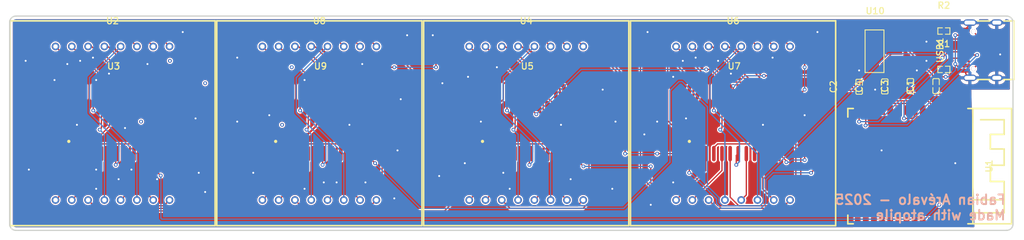
<source format=kicad_pcb>
(kicad_pcb (version 20241229) (generator "pcbnew") (generator_version "9.0")
  (layers (0 "F.Cu" signal) (2 "B.Cu" signal) (13 "F.Paste" user) (15 "B.Paste" user) (5 "F.SilkS" user "F.Silkscreen") (7 "B.SilkS" user "B.Silkscreen") (1 "F.Mask" user) (3 "B.Mask" user) (25 "Edge.Cuts" user))
  (net 0 "")
  (net 1 "IO17")
  (net 2 "IO38")
  (net 3 "IO41")
  (net 4 "IO9")
  (net 5 "IO45")
  (net 6 "IO8")
  (net 7 "IO47")
  (net 8 "IO46")
  (net 9 "IO16")
  (net 10 "IO40")
  (net 11 "IO21")
  (net 12 "IO18")
  (net 13 "IO35")
  (net 14 "IO42")
  (net 15 "IO14")
  (net 16 "IO0")
  (net 17 "IO15")
  (net 18 "IO48")
  (net 19 "IO39")
  (net 20 "RXD0")
  (net 21 "IO10")
  (net 22 "EN")
  (net 23 "IO13")
  (net 24 "display4-dout")
  (net 25 "display3-SEGB")
  (net 26 "display4-SEGC")
  (net 27 "display4-ROW6")
  (net 28 "display1-DIG4")
  (net 29 "display2-SEGF")
  (net 30 "display3-SEGDP")
  (net 31 "display2-SEGG")
  (net 32 "display1-ROW8")
  (net 33 "display1-SEGDP")
  (net 34 "display1-DIG2")
  (net 35 "ROW5")
  (net 36 "display2-ROW1")
  (net 37 "display1-DIG6")
  (net 38 "display2-SEGE")
  (net 39 "ROW2")
  (net 40 "display3.driver-ISET")
  (net 41 "display2-SEGD")
  (net 42 "display4-SEGF")
  (net 43 "display4.driver-ISET")
  (net 44 "display4-SEGDP")
  (net 45 "display3-DIG1")
  (net 46 "display4-ROW8")
  (net 47 "display3-SEGC")
  (net 48 "display3-ROW1")
  (net 49 "DIG5")
  (net 50 "display3-DIG4")
  (net 51 "display1-SEGA")
  (net 52 "display3-SEGA")
  (net 53 "display2-SEGDP")
  (net 54 "display3-ROW6")
  (net 55 "display1-SEGC")
  (net 56 "display4-SEGA")
  (net 57 "display1-SEGD")
  (net 58 "display4-ROW1")
  (net 59 "display3-DIG2")
  (net 60 "display2-DIG1")
  (net 61 "display2-DIG3")
  (net 62 "display2-ROW7")
  (net 63 "display2-SEGA")
  (net 64 "display4-SEGD")
  (net 65 "display3-SEGD")
  (net 66 "display1-SEGG")
  (net 67 "display1-SEGB")
  (net 68 "display2-DIG7")
  (net 69 "display3-SEGE")
  (net 70 "display2-SEGC")
  (net 71 "display4-DIG3")
  (net 72 "display3-DIG7")
  (net 73 "display4-SEGE")
  (net 74 "display2-SEGB")
  (net 75 "display1-SEGE")
  (net 76 "display4-SEGB")
  (net 77 "display2.driver-ISET")
  (net 78 "display4-DIG2")
  (net 79 "display1-ROW6")
  (net 80 "display4-DIG4")
  (net 81 "DIG0")
  (net 82 "display1-DIG3")
  (net 83 "display3-SEGF")
  (net 84 "display1-SEGF")
  (net 85 "display1-DIG1")
  (net 86 "ROW3")
  (net 87 "display4-SEGG")
  (net 88 "ROW4")
  (net 89 "display3-SEGG")
  (net 90 "display4-DIG6")
  (net 91 "display3-ROW7")
  (net 92 "display1.driver-ISET")
  (net 93 "display2-dout")
  (net 94 "TXD0")
  (net 95 "display4-gnd")
  (net 96 "display1-dout")
  (net 97 "IO36")
  (net 98 "IO37")
  (net 99 "display3-dout")
  (net 100 "net")
  (net 101 "A8")
  (net 102 "B8")
  (net 103 "CC1")
  (net 104 "B5")
  (net 105 "Vpos")
  (net 106 "cs")
  (net 107 "cs-1")
  (net 108 "IO3")
  (net 109 "cs-2")
  (net 110 "IO1")
  (net 111 "display1-gnd")
  (net 112 "cs-3")
  (net 113 "display2-gnd")
  (net 114 "IO2")
  (net 115 "display3-gnd")
  (net 116 "IO19")
  (net 117 "IO20")
  (net 118 "hv")
  (net 119 "gnd")
  (net 120 "din")
  (net 121 "clk")
  (footprint "ARKLED_SZ421288N_64:LED-SEG-TH_SZ421288N-64" (layer "F.Cu") (at 90.550514 89.755025)
    (property "Reference" "U2")
    (property "Value" "")
  )
  (footprint "Samsung_Electro_Mechanics_CL05A105KA5NQNC:C0402" (layer "F.Cu") (at 211 84 90)
    (property "Reference" "C4")
    (property "Value" "1µF ±10% 25V X5R")
  )
  (footprint "HGSEMI_MAX7219M_TR:SOP-24_L15.4-W7.5-P1.27-LS10.4-BL" (layer "F.Cu") (at 155.247078 89.67)
    (property "Reference" "U5")
    (property "Value" "")
  )
  (footprint "Shenzhen_Kinghelm_Elec_KH_TYPE_C_16P:USB-C-SMD_KH-TYPE-C-16P" (layer "F.Cu") (at 226.047279 78.34 90)
    (property "Reference" "USB1")
    (property "Value" "")
  )
  (footprint "UNI_ROYAL_0402WGF5101TCE:R0402" (layer "F.Cu") (at 220.217279 81.34)
    (property "Reference" "R1")
    (property "Value" "5.1kΩ ±1% 62.5mW")
  )
  (footprint "Espressif_Systems_ESP32_S3_WROOM_1_N16R2:WIRELM-SMD_ESP32-S3-WROOM-1" (layer "F.Cu") (at 214.39 96.45 -90)
    (property "Reference" "U1")
    (property "Value" "")
  )
  (footprint "HGSEMI_MAX7219M_TR:SOP-24_L15.4-W7.5-P1.27-LS10.4-BL" (layer "F.Cu") (at 90.721235 89.67)
    (property "Reference" "U3")
    (property "Value" "")
  )
  (footprint "UNI_ROYAL_0402WGF5101TCE:R0402" (layer "F.Cu") (at 220.217279 75.34)
    (property "Reference" "R2")
    (property "Value" "5.1kΩ ±1% 62.5mW" (hide yes))
  )
  (footprint "Samsung_Electro_Mechanics_CL05A105KA5NQNC:C0402" (layer "F.Cu") (at 215 83.95 90)
    (property "Reference" "C3")
    (property "Value" "1µF ±10% 25V X5R")
  )
  (footprint "ARKLED_SZ421288N_64:LED-SEG-TH_SZ421288N-64" (layer "F.Cu") (at 187.339279 89.755025)
    (property "Reference" "U6")
    (property "Value" "")
  )
  (footprint "Samsung_Electro_Mechanics_CL05A105KA5NQNC:C0402" (layer "F.Cu") (at 219 83.95 90)
    (property "Reference" "C1")
    (property "Value" "1µF ±10% 25V X5R")
  )
  (footprint "HGSEMI_MAX7219M_TR:SOP-24_L15.4-W7.5-P1.27-LS10.4-BL" (layer "F.Cu") (at 122.984157 89.67)
    (property "Reference" "U9")
    (property "Value" "")
  )
  (footprint "HGSEMI_MAX7219M_TR:SOP-24_L15.4-W7.5-P1.27-LS10.4-BL" (layer "F.Cu") (at 187.51 89.67)
    (property "Reference" "U7")
    (property "Value" "")
  )
  (footprint "ARKLED_SZ421288N_64:LED-SEG-TH_SZ421288N-64" (layer "F.Cu") (at 122.813436 89.755025)
    (property "Reference" "U8")
    (property "Value" "")
  )
  (footprint "Advanced_Monolithic_Systems_AMS1117_3_3:SOT-223-3_L6.5-W3.4-P2.30-LS7.0-BR" (layer "F.Cu") (at 209.5 78.5)
    (property "Reference" "U10")
    (property "Value" "" (hide yes))
  )
  (footprint "Samsung_Electro_Mechanics_CL05A105KA5NQNC:C0402" (layer "F.Cu") (at 207 84.05 90)
    (property "Reference" "C2")
    (property "Value" "1µF ±10% 25V X5R")
  )
  (footprint "ARKLED_SZ421288N_64:LED-SEG-TH_SZ421288N-64" (layer "F.Cu") (at 155.076357 89.755025)
    (property "Reference" "U4")
    (property "Value" "")
  )
  (gr_line (start 75.5 73) (end 230 73) (stroke (width 0.2)) (layer "Edge.Cuts"))
  (gr_line (start 231 74) (end 231 105.5) (stroke (width 0.2)) (layer "Edge.Cuts"))
  (gr_line (start 230 106.5) (end 75.5 106.5) (stroke (width 0.2)) (layer "Edge.Cuts"))
  (gr_arc (start 74.5 74) (mid 74.792893 73.292893) (end 75.5 73) (stroke (width 0.2)) (layer "Edge.Cuts"))
  (gr_arc (start 231 105.5) (mid 230.707107 106.207107) (end 230 106.5) (stroke (width 0.2)) (layer "Edge.Cuts"))
  (gr_line (start 74.5 105.5) (end 74.5 74) (stroke (width 0.2)) (layer "Edge.Cuts"))
  (gr_arc (start 75.5 106.5) (mid 74.792893 106.207107) (end 74.5 105.5) (stroke (width 0.2)) (layer "Edge.Cuts"))
  (gr_arc (start 230 73) (mid 230.707107 73.292893) (end 231 74) (stroke (width 0.2)) (layer "Edge.Cuts"))
  (gr_text "Fabian Arévalo - 2025\nMade with atopile" (at 230 105 0) (layer "B.SilkS") (effects (font (size 1.5 1.5) (thickness 0.3) (bold yes)) (justify left bottom mirror)))
  (via (at 105 83.5) (size 0.6) (drill 0.3) (layers "F.Cu" "B.Cu") (net 0))
  (via (at 95 89.5) (size 0.6) (drill 0.3) (layers "F.Cu" "B.Cu") (net 0))
  (via (at 118.5 81) (size 0.6) (drill 0.3) (layers "F.Cu" "B.Cu") (net 0))
  (via (at 117 90) (size 0.6) (drill 0.3) (layers "F.Cu" "B.Cu") (net 0))
  (via (at 99.5 80) (size 0.6) (drill 0.3) (layers "F.Cu" "B.Cu") (net 0))
  (segment (start 197.130279 102.128232) (end 197.130279 92.215279) (width 0.2) (layer "F.Cu") (net 25))
  (segment (start 184.831279 103.057025) (end 196.201486 103.057025) (width 0.2) (layer "F.Cu") (net 25))
  (segment (start 190.69 85.775) (end 190.69 84.84) (width 0.2) (layer "F.Cu") (net 25))
  (segment (start 196.201486 103.057025) (end 197.130279 102.128232) (width 0.2) (layer "F.Cu") (net 25))
  (segment (start 197.130279 92.215279) (end 190.69 85.775) (width 0.2) (layer "F.Cu") (net 25))
  (segment (start 183.529279 101.755025) (end 184.831279 103.057025) (width 0.2) (layer "F.Cu") (net 25))
  (segment (start 121.084157 84.84) (end 121.084157 90.484304) (width 0.2) (layer "F.Cu") (net 26))
  (segment (start 121.084157 90.484304) (end 120.813436 90.755025) (width 0.2) (layer "F.Cu") (net 26))
  (via (at 120.813436 90.755025) (size 0.6) (drill 0.3) (layers "F.Cu" "B.Cu") (net 26))
  (segment (start 121.543436 91.485025) (end 121.543436 101.755025) (width 0.2) (layer "B.Cu") (net 26))
  (segment (start 120.813436 90.755025) (end 121.543436 91.485025) (width 0.2) (layer "B.Cu") (net 26))
  (segment (start 129.163436 101.755025) (end 127.434157 100.025746) (width 0.2) (layer "F.Cu") (net 27))
  (segment (start 127.434157 100.025746) (end 127.434157 94.5) (width 0.2) (layer "F.Cu") (net 27))
  (segment (start 81.660514 101.755025) (end 86.281235 97.134304) (width 0.2) (layer "F.Cu") (net 28))
  (segment (start 86.281235 97.134304) (end 86.281235 94.5) (width 0.2) (layer "F.Cu") (net 28))
  (segment (start 152.905357 77.381818) (end 152.905357 78.128232) (width 0.2) (layer "F.Cu") (net 29))
  (segment (start 153.43315 76.854025) (end 152.905357 77.381818) (width 0.2) (layer "F.Cu") (net 29))
  (segment (start 158.101125 83.324) (end 159.116078 83.324) (width 0.2) (layer "F.Cu") (net 29))
  (segment (start 152.905357 78.128232) (end 158.101125 83.324) (width 0.2) (layer "F.Cu") (net 29))
  (segment (start 159.116078 83.324) (end 159.697078 83.905) (width 0.2) (layer "F.Cu") (net 29))
  (segment (start 157.985357 76.854025) (end 153.43315 76.854025) (width 0.2) (layer "F.Cu") (net 29))
  (segment (start 158.886357 77.755025) (end 157.985357 76.854025) (width 0.2) (layer "F.Cu") (net 29))
  (segment (start 159.697078 83.905) (end 159.697078 84.84) (width 0.2) (layer "F.Cu") (net 29))
  (segment (start 178.449279 77.755025) (end 183.07 82.375746) (width 0.2) (layer "F.Cu") (net 30))
  (segment (start 183.07 82.375746) (end 183.07 84.84) (width 0.2) (layer "F.Cu") (net 30))
  (segment (start 154.295332 83.324) (end 156.566078 83.324) (width 0.2) (layer "F.Cu") (net 31))
  (segment (start 156.566078 83.324) (end 157.147078 83.905) (width 0.2) (layer "F.Cu") (net 31))
  (segment (start 148.726357 77.755025) (end 154.295332 83.324) (width 0.2) (layer "F.Cu") (net 31))
  (segment (start 157.147078 83.905) (end 157.147078 84.84) (width 0.2) (layer "F.Cu") (net 31))
  (segment (start 92.621235 100.954304) (end 92.621235 94.5) (width 0.2) (layer "F.Cu") (net 32))
  (segment (start 91.820514 101.755025) (end 92.621235 100.954304) (width 0.2) (layer "F.Cu") (net 32))
  (segment (start 81.660514 77.755025) (end 86.281235 82.375746) (width 0.2) (layer "F.Cu") (net 33))
  (segment (start 86.281235 82.375746) (end 86.281235 84.84) (width 0.2) (layer "F.Cu") (net 33))
  (segment (start 98.539514 102.656025) (end 91.447307 102.656025) (width 0.2) (layer "F.Cu") (net 34))
  (segment (start 99.440514 101.755025) (end 98.539514 102.656025) (width 0.2) (layer "F.Cu") (net 34))
  (segment (start 91.447307 102.656025) (end 90.091235 101.299953) (width 0.2) (layer "F.Cu") (net 34))
  (segment (start 90.091235 101.299953) (end 90.091235 94.5) (width 0.2) (layer "F.Cu") (net 34))
  (segment (start 146.186357 101.755025) (end 150.807078 97.134304) (width 0.2) (layer "F.Cu") (net 35))
  (segment (start 150.807078 97.134304) (end 150.807078 94.5) (width 0.2) (layer "F.Cu") (net 35))
  (segment (start 149.527078 94.013342) (end 144.884357 89.370621) (width 0.2) (layer "F.Cu") (net 36))
  (segment (start 144.884357 89.370621) (end 144.884357 77.215718) (width 0.2) (layer "F.Cu") (net 36))
  (segment (start 144.884357 77.215718) (end 146.04805 76.052025) (width 0.2) (layer "F.Cu") (net 36))
  (segment (start 149.527078 94.5) (end 149.527078 94.013342) (width 0.2) (layer "F.Cu") (net 36))
  (segment (start 146.04805 76.052025) (end 162.263357 76.052025) (width 0.2) (layer "F.Cu") (net 36))
  (segment (start 162.263357 76.052025) (end 163.966357 77.755025) (width 0.2) (layer "F.Cu") (net 36))
  (segment (start 88.821235 94.5) (end 88.821235 97.134304) (width 0.2) (layer "F.Cu") (net 37))
  (segment (start 88.821235 97.134304) (end 84.200514 101.755025) (width 0.2) (layer "F.Cu") (net 37))
  (segment (start 152.077078 87.754304) (end 152.076357 87.755025) (width 0.2) (layer "F.Cu") (net 38))
  (segment (start 152.077078 84.84) (end 152.077078 87.754304) (width 0.2) (layer "F.Cu") (net 38))
  (via (at 152.076357 87.755025) (size 0.6) (drill 0.3) (layers "F.Cu" "B.Cu") (net 38))
  (segment (start 158.886357 94.565025) (end 158.886357 101.755025) (width 0.2) (layer "B.Cu") (net 38))
  (segment (start 152.076357 87.755025) (end 158.886357 94.565025) (width 0.2) (layer "B.Cu") (net 38))
  (segment (start 119.003436 77.755025) (end 119.55584 77.755025) (width 0.2) (layer "F.Cu") (net 39))
  (segment (start 119.55584 77.755025) (end 125.465157 83.664342) (width 0.2) (layer "F.Cu") (net 39))
  (segment (start 125.465157 90.326) (end 128.704157 93.565) (width 0.2) (layer "F.Cu") (net 39))
  (segment (start 125.465157 83.664342) (end 125.465157 90.326) (width 0.2) (layer "F.Cu") (net 39))
  (segment (start 128.704157 93.565) (end 128.704157 94.5) (width 0.2) (layer "F.Cu") (net 39))
  (segment (start 161.426357 77.755025) (end 160.124357 76.453025) (width 0.2) (layer "F.Cu") (net 41))
  (segment (start 145.285357 79.663279) (end 149.527078 83.905) (width 0.2) (layer "F.Cu") (net 41))
  (segment (start 160.124357 76.453025) (end 146.21415 76.453025) (width 0.2) (layer "F.Cu") (net 41))
  (segment (start 149.527078 83.905) (end 149.527078 84.84) (width 0.2) (layer "F.Cu") (net 41))
  (segment (start 145.285357 77.381818) (end 145.285357 79.663279) (width 0.2) (layer "F.Cu") (net 41))
  (segment (start 146.21415 76.453025) (end 145.285357 77.381818) (width 0.2) (layer "F.Cu") (net 41))
  (segment (start 120.642436 78.128232) (end 125.838204 83.324) (width 0.2) (layer "F.Cu") (net 42))
  (segment (start 125.722436 76.854025) (end 121.170229 76.854025) (width 0.2) (layer "F.Cu") (net 42))
  (segment (start 127.434157 83.905) (end 127.434157 84.84) (width 0.2) (layer "F.Cu") (net 42))
  (segment (start 126.623436 77.755025) (end 125.722436 76.854025) (width 0.2) (layer "F.Cu") (net 42))
  (segment (start 121.170229 76.854025) (end 120.642436 77.381818) (width 0.2) (layer "F.Cu") (net 42))
  (segment (start 126.853157 83.324) (end 127.434157 83.905) (width 0.2) (layer "F.Cu") (net 42))
  (segment (start 120.642436 77.381818) (end 120.642436 78.128232) (width 0.2) (layer "F.Cu") (net 42))
  (segment (start 125.838204 83.324) (end 126.853157 83.324) (width 0.2) (layer "F.Cu") (net 42))
  (segment (start 113.923436 77.755025) (end 118.544157 82.375746) (width 0.2) (layer "F.Cu") (net 44))
  (segment (start 118.544157 82.375746) (end 118.544157 84.84) (width 0.2) (layer "F.Cu") (net 44))
  (segment (start 183.529279 77.755025) (end 184.081683 77.755025) (width 0.2) (layer "F.Cu") (net 45))
  (segment (start 184.081683 77.755025) (end 189.991 83.664342) (width 0.2) (layer "F.Cu") (net 45))
  (segment (start 189.991 83.664342) (end 189.991 90.326) (width 0.2) (layer "F.Cu") (net 45))
  (segment (start 193.23 93.565) (end 193.23 94.5) (width 0.2) (layer "F.Cu") (net 45))
  (segment (start 189.991 90.326) (end 193.23 93.565) (width 0.2) (layer "F.Cu") (net 45))
  (segment (start 124.083436 101.755025) (end 124.884157 100.954304) (width 0.2) (layer "F.Cu") (net 46))
  (segment (start 124.884157 100.954304) (end 124.884157 94.5) (width 0.2) (layer "F.Cu") (net 46))
  (segment (start 185.61 90.484304) (end 185.339279 90.755025) (width 0.2) (layer "F.Cu") (net 47))
  (segment (start 185.61 84.84) (end 185.61 90.484304) (width 0.2) (layer "F.Cu") (net 47))
  (via (at 185.339279 90.755025) (size 0.6) (drill 0.3) (layers "F.Cu" "B.Cu") (net 47))
  (segment (start 185.339279 90.755025) (end 186.069279 91.485025) (width 0.2) (layer "B.Cu") (net 47))
  (segment (start 186.069279 91.485025) (end 186.069279 101.755025) (width 0.2) (layer "B.Cu") (net 47))
  (segment (start 178.310972 76.052025) (end 194.526279 76.052025) (width 0.2) (layer "F.Cu") (net 48))
  (segment (start 181.79 94.013342) (end 177.147279 89.370621) (width 0.2) (layer "F.Cu") (net 48))
  (segment (start 194.526279 76.052025) (end 196.229279 77.755025) (width 0.2) (layer "F.Cu") (net 48))
  (segment (start 177.147279 89.370621) (end 177.147279 77.215718) (width 0.2) (layer "F.Cu") (net 48))
  (segment (start 177.147279 77.215718) (end 178.310972 76.052025) (width 0.2) (layer "F.Cu") (net 48))
  (segment (start 181.79 94.5) (end 181.79 94.013342) (width 0.2) (layer "F.Cu") (net 48))
  (segment (start 161.426357 101.755025) (end 159.697078 100.025746) (width 0.2) (layer "F.Cu") (net 49))
  (segment (start 159.697078 100.025746) (end 159.697078 94.5) (width 0.2) (layer "F.Cu") (net 49))
  (segment (start 178.449279 101.755025) (end 183.07 97.134304) (width 0.2) (layer "F.Cu") (net 50))
  (segment (start 183.07 97.134304) (end 183.07 94.5) (width 0.2) (layer "F.Cu") (net 50))
  (segment (start 89.842918 77.755025) (end 96.441235 84.353342) (width 0.2) (layer "F.Cu") (net 51))
  (segment (start 89.280514 77.755025) (end 89.842918 77.755025) (width 0.2) (layer "F.Cu") (net 51))
  (segment (start 96.441235 84.353342) (end 96.441235 84.84) (width 0.2) (layer "F.Cu") (net 51))
  (segment (start 186.631683 77.755025) (end 193.23 84.353342) (width 0.2) (layer "F.Cu") (net 52))
  (segment (start 193.23 84.353342) (end 193.23 84.84) (width 0.2) (layer "F.Cu") (net 52))
  (segment (start 186.069279 77.755025) (end 186.631683 77.755025) (width 0.2) (layer "F.Cu") (net 52))
  (segment (start 150.807078 82.375746) (end 150.807078 84.84) (width 0.2) (layer "F.Cu") (net 53))
  (segment (start 146.186357 77.755025) (end 150.807078 82.375746) (width 0.2) (layer "F.Cu") (net 53))
  (segment (start 191.96 100.025746) (end 191.96 94.5) (width 0.2) (layer "F.Cu") (net 54))
  (segment (start 193.689279 101.755025) (end 191.96 100.025746) (width 0.2) (layer "F.Cu") (net 54))
  (segment (start 88.821235 90.484304) (end 88.550514 90.755025) (width 0.2) (layer "F.Cu") (net 55))
  (segment (start 88.821235 84.84) (end 88.821235 90.484304) (width 0.2) (layer "F.Cu") (net 55))
  (via (at 88.550514 90.755025) (size 0.6) (drill 0.3) (layers "F.Cu" "B.Cu") (net 55))
  (segment (start 88.550514 90.755025) (end 89.280514 91.485025) (width 0.2) (layer "B.Cu") (net 55))
  (segment (start 89.280514 91.485025) (end 89.280514 101.755025) (width 0.2) (layer "B.Cu") (net 55))
  (segment (start 122.10584 77.755025) (end 128.704157 84.353342) (width 0.2) (layer "F.Cu") (net 56))
  (segment (start 128.704157 84.353342) (end 128.704157 84.84) (width 0.2) (layer "F.Cu") (net 56))
  (segment (start 121.543436 77.755025) (end 122.10584 77.755025) (width 0.2) (layer "F.Cu") (net 56))
  (segment (start 95.598514 76.453025) (end 81.688307 76.453025) (width 0.2) (layer "F.Cu") (net 57))
  (segment (start 85.001235 83.905) (end 85.001235 84.84) (width 0.2) (layer "F.Cu") (net 57))
  (segment (start 96.900514 77.755025) (end 95.598514 76.453025) (width 0.2) (layer "F.Cu") (net 57))
  (segment (start 80.759514 79.663279) (end 85.001235 83.905) (width 0.2) (layer "F.Cu") (net 57))
  (segment (start 81.688307 76.453025) (end 80.759514 77.381818) (width 0.2) (layer "F.Cu") (net 57))
  (segment (start 80.759514 77.381818) (end 80.759514 79.663279) (width 0.2) (layer "F.Cu") (net 57))
  (segment (start 130.000436 76.052025) (end 131.703436 77.755025) (width 0.2) (layer "F.Cu") (net 58))
  (segment (start 112.621436 89.370621) (end 112.621436 77.215718) (width 0.2) (layer "F.Cu") (net 58))
  (segment (start 117.264157 94.013342) (end 112.621436 89.370621) (width 0.2) (layer "F.Cu") (net 58))
  (segment (start 117.264157 94.5) (end 117.264157 94.013342) (width 0.2) (layer "F.Cu") (net 58))
  (segment (start 113.785129 76.052025) (end 130.000436 76.052025) (width 0.2) (layer "F.Cu") (net 58))
  (segment (start 112.621436 77.215718) (end 113.785129 76.052025) (width 0.2) (layer "F.Cu") (net 58))
  (segment (start 195.328279 102.656025) (end 188.236072 102.656025) (width 0.2) (layer "F.Cu") (net 59))
  (segment (start 188.236072 102.656025) (end 186.88 101.299953) (width 0.2) (layer "F.Cu") (net 59))
  (segment (start 186.88 101.299953) (end 186.88 94.5) (width 0.2) (layer "F.Cu") (net 59))
  (segment (start 196.229279 101.755025) (end 195.328279 102.656025) (width 0.2) (layer "F.Cu") (net 59))
  (segment (start 157.728078 90.326) (end 160.967078 93.565) (width 0.2) (layer "F.Cu") (net 60))
  (segment (start 157.728078 83.664342) (end 157.728078 90.326) (width 0.2) (layer "F.Cu") (net 60))
  (segment (start 151.266357 77.755025) (end 151.818761 77.755025) (width 0.2) (layer "F.Cu") (net 60))
  (segment (start 160.967078 93.565) (end 160.967078 94.5) (width 0.2) (layer "F.Cu") (net 60))
  (segment (start 151.818761 77.755025) (end 157.728078 83.664342) (width 0.2) (layer "F.Cu") (net 60))
  (segment (start 155.576357 94.800721) (end 155.877078 94.5) (width 0.2) (layer "F.Cu") (net 61))
  (segment (start 155.576357 96.255025) (end 155.576357 94.800721) (width 0.2) (layer "F.Cu") (net 61))
  (via (at 155.576357 96.255025) (size 0.6) (drill 0.3) (layers "F.Cu" "B.Cu") (net 61))
  (segment (start 151.475357 87.755025) (end 151.475357 82.626025) (width 0.2) (layer "B.Cu") (net 61))
  (segment (start 156.076357 95.755025) (end 155.576357 96.255025) (width 0.2) (layer "B.Cu") (net 61))
  (segment (start 151.475357 88.003968) (end 151.475357 87.755025) (width 0.2) (layer "B.Cu") (net 61))
  (segment (start 151.475357 87.755025) (end 151.475357 88.154025) (width 0.2) (layer "B.Cu") (net 61))
  (segment (start 151.475357 88.154025) (end 156.076357 92.755025) (width 0.2) (layer "B.Cu") (net 61))
  (segment (start 151.475357 82.626025) (end 156.346357 77.755025) (width 0.2) (layer "B.Cu") (net 61))
  (segment (start 156.076357 92.755025) (end 156.076357 94.255025) (width 0.2) (layer "B.Cu") (net 61))
  (segment (start 156.076357 93.255025) (end 156.076357 95.755025) (width 0.2) (layer "B.Cu") (net 61))
  (segment (start 153.347078 94.5) (end 153.347078 97.134304) (width 0.2) (layer "F.Cu") (net 62))
  (segment (start 153.347078 97.134304) (end 148.726357 101.755025) (width 0.2) (layer "F.Cu") (net 62))
  (segment (start 160.967078 84.353342) (end 160.967078 84.84) (width 0.2) (layer "F.Cu") (net 63))
  (segment (start 154.368761 77.755025) (end 160.967078 84.353342) (width 0.2) (layer "F.Cu") (net 63))
  (segment (start 153.806357 77.755025) (end 154.368761 77.755025) (width 0.2) (layer "F.Cu") (net 63))
  (segment (start 113.022436 79.663279) (end 117.264157 83.905) (width 0.2) (layer "F.Cu") (net 64))
  (segment (start 127.861436 76.453025) (end 113.951229 76.453025) (width 0.2) (layer "F.Cu") (net 64))
  (segment (start 113.951229 76.453025) (end 113.022436 77.381818) (width 0.2) (layer "F.Cu") (net 64))
  (segment (start 129.163436 77.755025) (end 127.861436 76.453025) (width 0.2) (layer "F.Cu") (net 64))
  (segment (start 117.264157 83.905) (end 117.264157 84.84) (width 0.2) (layer "F.Cu") (net 64))
  (segment (start 113.022436 77.381818) (end 113.022436 79.663279) (width 0.2) (layer "F.Cu") (net 64))
  (segment (start 177.548279 79.663279) (end 181.79 83.905) (width 0.2) (layer "F.Cu") (net 65))
  (segment (start 177.548279 77.381818) (end 177.548279 79.663279) (width 0.2) (layer "F.Cu") (net 65))
  (segment (start 178.477072 76.453025) (end 177.548279 77.381818) (width 0.2) (layer "F.Cu") (net 65))
  (segment (start 181.79 83.905) (end 181.79 84.84) (width 0.2) (layer "F.Cu") (net 65))
  (segment (start 193.689279 77.755025) (end 192.387279 76.453025) (width 0.2) (layer "F.Cu") (net 65))
  (segment (start 192.387279 76.453025) (end 178.477072 76.453025) (width 0.2) (layer "F.Cu") (net 65))
  (segment (start 92.040235 83.324) (end 92.621235 83.905) (width 0.2) (layer "F.Cu") (net 66))
  (segment (start 84.200514 77.755025) (end 89.769489 83.324) (width 0.2) (layer "F.Cu") (net 66))
  (segment (start 89.769489 83.324) (end 92.040235 83.324) (width 0.2) (layer "F.Cu") (net 66))
  (segment (start 92.621235 83.905) (end 92.621235 84.84) (width 0.2) (layer "F.Cu") (net 66))
  (segment (start 99.412721 103.057025) (end 100.341514 102.128232) (width 0.2) (layer "F.Cu") (net 67))
  (segment (start 93.901235 85.775) (end 93.901235 84.84) (width 0.2) (layer "F.Cu") (net 67))
  (segment (start 100.341514 92.215279) (end 93.901235 85.775) (width 0.2) (layer "F.Cu") (net 67))
  (segment (start 100.341514 102.128232) (end 100.341514 92.215279) (width 0.2) (layer "F.Cu") (net 67))
  (segment (start 88.042514 103.057025) (end 99.412721 103.057025) (width 0.2) (layer "F.Cu") (net 67))
  (segment (start 86.740514 101.755025) (end 88.042514 103.057025) (width 0.2) (layer "F.Cu") (net 67))
  (segment (start 156.346357 101.755025) (end 157.147078 100.954304) (width 0.2) (layer "F.Cu") (net 68))
  (segment (start 157.147078 100.954304) (end 157.147078 94.5) (width 0.2) (layer "F.Cu") (net 68))
  (segment (start 184.34 84.84) (end 184.34 87.754304) (width 0.2) (layer "F.Cu") (net 69))
  (segment (start 184.34 87.754304) (end 184.339279 87.755025) (width 0.2) (layer "F.Cu") (net 69))
  (via (at 184.339279 87.755025) (size 0.6) (drill 0.3) (layers "F.Cu" "B.Cu") (net 69))
  (segment (start 191.149279 94.565025) (end 191.149279 101.755025) (width 0.2) (layer "B.Cu") (net 69))
  (segment (start 184.339279 87.755025) (end 191.149279 94.565025) (width 0.2) (layer "B.Cu") (net 69))
  (segment (start 153.347078 84.84) (end 153.347078 90.484304) (width 0.2) (layer "F.Cu") (net 70))
  (segment (start 153.347078 90.484304) (end 153.076357 90.755025) (width 0.2) (layer "F.Cu") (net 70))
  (via (at 153.076357 90.755025) (size 0.6) (drill 0.3) (layers "F.Cu" "B.Cu") (net 70))
  (segment (start 153.076357 90.755025) (end 153.806357 91.485025) (width 0.2) (layer "B.Cu") (net 70))
  (segment (start 153.806357 91.485025) (end 153.806357 101.755025) (width 0.2) (layer "B.Cu") (net 70))
  (segment (start 123.313436 96.255025) (end 123.313436 94.800721) (width 0.2) (layer "F.Cu") (net 71))
  (segment (start 123.313436 94.800721) (end 123.614157 94.5) (width 0.2) (layer "F.Cu") (net 71))
  (via (at 123.313436 96.255025) (size 0.6) (drill 0.3) (layers "F.Cu" "B.Cu") (net 71))
  (segment (start 123.813436 95.755025) (end 123.313436 96.255025) (width 0.2) (layer "B.Cu") (net 71))
  (segment (start 119.212436 87.755025) (end 119.212436 88.154025) (width 0.2) (layer "B.Cu") (net 71))
  (segment (start 119.212436 88.154025) (end 123.813436 92.755025) (width 0.2) (layer "B.Cu") (net 71))
  (segment (start 123.813436 93.255025) (end 123.813436 95.755025) (width 0.2) (layer "B.Cu") (net 71))
  (segment (start 119.212436 82.626025) (end 124.083436 77.755025) (width 0.2) (layer "B.Cu") (net 71))
  (segment (start 119.212436 88.003968) (end 119.212436 87.755025) (width 0.2) (layer "B.Cu") (net 71))
  (segment (start 119.212436 87.755025) (end 119.212436 82.626025) (width 0.2) (layer "B.Cu") (net 71))
  (segment (start 123.813436 92.755025) (end 123.813436 94.255025) (width 0.2) (layer "B.Cu") (net 71))
  (segment (start 188.609279 101.755025) (end 189.41 100.954304) (width 0.2) (layer "F.Cu") (net 72))
  (segment (start 189.41 100.954304) (end 189.41 94.5) (width 0.2) (layer "F.Cu") (net 72))
  (segment (start 119.814157 84.84) (end 119.814157 87.754304) (width 0.2) (layer "F.Cu") (net 73))
  (segment (start 119.814157 87.754304) (end 119.813436 87.755025) (width 0.2) (layer "F.Cu") (net 73))
  (via (at 119.813436 87.755025) (size 0.6) (drill 0.3) (layers "F.Cu" "B.Cu") (net 73))
  (segment (start 126.623436 94.565025) (end 126.623436 101.755025) (width 0.2) (layer "B.Cu") (net 73))
  (segment (start 119.813436 87.755025) (end 126.623436 94.565025) (width 0.2) (layer "B.Cu") (net 73))
  (segment (start 164.867357 92.215279) (end 158.427078 85.775) (width 0.2) (layer "F.Cu") (net 74))
  (segment (start 152.568357 103.057025) (end 163.938564 103.057025) (width 0.2) (layer "F.Cu") (net 74))
  (segment (start 163.938564 103.057025) (end 164.867357 102.128232) (width 0.2) (layer "F.Cu") (net 74))
  (segment (start 164.867357 102.128232) (end 164.867357 92.215279) (width 0.2) (layer "F.Cu") (net 74))
  (segment (start 158.427078 85.775) (end 158.427078 84.84) (width 0.2) (layer "F.Cu") (net 74))
  (segment (start 151.266357 101.755025) (end 152.568357 103.057025) (width 0.2) (layer "F.Cu") (net 74))
  (segment (start 87.551235 87.754304) (end 87.550514 87.755025) (width 0.2) (layer "F.Cu") (net 75))
  (segment (start 87.551235 84.84) (end 87.551235 87.754304) (width 0.2) (layer "F.Cu") (net 75))
  (via (at 87.550514 87.755025) (size 0.6) (drill 0.3) (layers "F.Cu" "B.Cu") (net 75))
  (segment (start 94.360514 94.565025) (end 94.360514 101.755025) (width 0.2) (layer "B.Cu") (net 75))
  (segment (start 87.550514 87.755025) (end 94.360514 94.565025) (width 0.2) (layer "B.Cu") (net 75))
  (segment (start 119.003436 101.755025) (end 120.305436 103.057025) (width 0.2) (layer "F.Cu") (net 76))
  (segment (start 132.604436 102.128232) (end 132.604436 92.215279) (width 0.2) (layer "F.Cu") (net 76))
  (segment (start 120.305436 103.057025) (end 131.675643 103.057025) (width 0.2) (layer "F.Cu") (net 76))
  (segment (start 132.604436 92.215279) (end 126.164157 85.775) (width 0.2) (layer "F.Cu") (net 76))
  (segment (start 126.164157 85.775) (end 126.164157 84.84) (width 0.2) (layer "F.Cu") (net 76))
  (segment (start 131.675643 103.057025) (end 132.604436 102.128232) (width 0.2) (layer "F.Cu") (net 76))
  (segment (start 123.710229 102.656025) (end 122.354157 101.299953) (width 0.2) (layer "F.Cu") (net 78))
  (segment (start 131.703436 101.755025) (end 130.802436 102.656025) (width 0.2) (layer "F.Cu") (net 78))
  (segment (start 122.354157 101.299953) (end 122.354157 94.5) (width 0.2) (layer "F.Cu") (net 78))
  (segment (start 130.802436 102.656025) (end 123.710229 102.656025) (width 0.2) (layer "F.Cu") (net 78))
  (segment (start 95.171235 100.025746) (end 95.171235 94.5) (width 0.2) (layer "F.Cu") (net 79))
  (segment (start 96.900514 101.755025) (end 95.171235 100.025746) (width 0.2) (layer "F.Cu") (net 79))
  (segment (start 118.544157 97.134304) (end 118.544157 94.5) (width 0.2) (layer "F.Cu") (net 80))
  (segment (start 113.923436 101.755025) (end 118.544157 97.134304) (width 0.2) (layer "F.Cu") (net 80))
  (segment (start 97.737514 76.052025) (end 99.440514 77.755025) (width 0.2) (layer "F.Cu") (net 81))
  (segment (start 85.001235 94.5) (end 85.001235 94.013342) (width 0.2) (layer "F.Cu") (net 81))
  (segment (start 80.358514 77.215718) (end 81.522207 76.052025) (width 0.2) (layer "F.Cu") (net 81))
  (segment (start 80.358514 89.370621) (end 80.358514 77.215718) (width 0.2) (layer "F.Cu") (net 81))
  (segment (start 85.001235 94.013342) (end 80.358514 89.370621) (width 0.2) (layer "F.Cu") (net 81))
  (segment (start 81.522207 76.052025) (end 97.737514 76.052025) (width 0.2) (layer "F.Cu") (net 81))
  (segment (start 91.050514 94.800721) (end 91.351235 94.5) (width 0.2) (layer "F.Cu") (net 82))
  (segment (start 91.050514 96.255025) (end 91.050514 94.800721) (width 0.2) (layer "F.Cu") (net 82))
  (via (at 91.050514 96.255025) (size 0.6) (drill 0.3) (layers "F.Cu" "B.Cu") (net 82))
  (segment (start 91.550514 92.755025) (end 91.550514 94.255025) (width 0.2) (layer "B.Cu") (net 82))
  (segment (start 86.949514 87.755025) (end 86.949514 88.154025) (width 0.2) (layer "B.Cu") (net 82))
  (segment (start 86.949514 82.626025) (end 91.820514 77.755025) (width 0.2) (layer "B.Cu") (net 82))
  (segment (start 91.550514 93.255025) (end 91.550514 95.755025) (width 0.2) (layer "B.Cu") (net 82))
  (segment (start 86.949514 88.154025) (end 91.550514 92.755025) (width 0.2) (layer "B.Cu") (net 82))
  (segment (start 91.550514 95.755025) (end 91.050514 96.255025) (width 0.2) (layer "B.Cu") (net 82))
  (segment (start 86.949514 87.755025) (end 86.949514 82.626025) (width 0.2) (layer "B.Cu") (net 82))
  (segment (start 86.949514 88.003968) (end 86.949514 87.755025) (width 0.2) (layer "B.Cu") (net 82))
  (segment (start 185.168279 78.128232) (end 190.364047 83.324) (width 0.2) (layer "F.Cu") (net 83))
  (segment (start 191.149279 77.755025) (end 190.248279 76.854025) (width 0.2) (layer "F.Cu") (net 83))
  (segment (start 185.696072 76.854025) (end 185.168279 77.381818) (width 0.2) (layer "F.Cu") (net 83))
  (segment (start 185.168279 77.381818) (end 185.168279 78.128232) (width 0.2) (layer "F.Cu") (net 83))
  (segment (start 191.96 83.905) (end 191.96 84.84) (width 0.2) (layer "F.Cu") (net 83))
  (segment (start 190.364047 83.324) (end 191.379 83.324) (width 0.2) (layer "F.Cu") (net 83))
  (segment (start 190.248279 76.854025) (end 185.696072 76.854025) (width 0.2) (layer "F.Cu") (net 83))
  (segment (start 191.379 83.324) (end 191.96 83.905) (width 0.2) (layer "F.Cu") (net 83))
  (segment (start 94.360514 77.755025) (end 93.459514 76.854025) (width 0.2) (layer "F.Cu") (net 84))
  (segment (start 94.590235 83.324) (end 95.171235 83.905) (width 0.2) (layer "F.Cu") (net 84))
  (segment (start 88.379514 77.381818) (end 88.379514 78.128232) (width 0.2) (layer "F.Cu") (net 84))
  (segment (start 95.171235 83.905) (end 95.171235 84.84) (width 0.2) (layer "F.Cu") (net 84))
  (segment (start 93.575282 83.324) (end 94.590235 83.324) (width 0.2) (layer "F.Cu") (net 84))
  (segment (start 88.907307 76.854025) (end 88.379514 77.381818) (width 0.2) (layer "F.Cu") (net 84))
  (segment (start 93.459514 76.854025) (end 88.907307 76.854025) (width 0.2) (layer "F.Cu") (net 84))
  (segment (start 88.379514 78.128232) (end 93.575282 83.324) (width 0.2) (layer "F.Cu") (net 84))
  (segment (start 87.292918 77.755025) (end 93.202235 83.664342) (width 0.2) (layer "F.Cu") (net 85))
  (segment (start 93.202235 90.326) (end 96.441235 93.565) (width 0.2) (layer "F.Cu") (net 85))
  (segment (start 93.202235 83.664342) (end 93.202235 90.326) (width 0.2) (layer "F.Cu") (net 85))
  (segment (start 86.740514 77.755025) (end 87.292918 77.755025) (width 0.2) (layer "F.Cu") (net 85))
  (segment (start 96.441235 93.565) (end 96.441235 94.5) (width 0.2) (layer "F.Cu") (net 85))
  (segment (start 163.065357 102.656025) (end 155.97315 102.656025) (width 0.2) (layer "F.Cu") (net 86))
  (segment (start 155.97315 102.656025) (end 154.617078 101.299953) (width 0.2) (layer "F.Cu") (net 86))
  (segment (start 154.617078 101.299953) (end 154.617078 94.5) (width 0.2) (layer "F.Cu") (net 86))
  (segment (start 163.966357 101.755025) (end 163.065357 102.656025) (width 0.2) (layer "F.Cu") (net 86))
  (segment (start 124.884157 83.905) (end 124.884157 84.84) (width 0.2) (layer "F.Cu") (net 87))
  (segment (start 116.463436 77.755025) (end 122.032411 83.324) (width 0.2) (layer "F.Cu") (net 87))
  (segment (start 122.032411 83.324) (end 124.303157 83.324) (width 0.2) (layer "F.Cu") (net 87))
  (segment (start 124.303157 83.324) (end 124.884157 83.905) (width 0.2) (layer "F.Cu") (net 87))
  (segment (start 187.839279 96.255025) (end 187.839279 94.800721) (width 0.2) (layer "F.Cu") (net 88))
  (segment (start 187.839279 94.800721) (end 188.14 94.5) (width 0.2) (layer "F.Cu") (net 88))
  (via (at 187.839279 96.255025) (size 0.6) (drill 0.3) (layers "F.Cu" "B.Cu") (net 88))
  (segment (start 188.339279 95.755025) (end 187.839279 96.255025) (width 0.2) (layer "B.Cu") (net 88))
  (segment (start 183.738279 87.755025) (end 183.738279 88.154025) (width 0.2) (layer "B.Cu") (net 88))
  (segment (start 188.339279 92.755025) (end 188.339279 94.255025) (width 0.2) (layer "B.Cu") (net 88))
  (segment (start 183.738279 88.003968) (end 183.738279 87.755025) (width 0.2) (layer "B.Cu") (net 88))
  (segment (start 183.738279 87.755025) (end 183.738279 82.626025) (width 0.2) (layer "B.Cu") (net 88))
  (segment (start 183.738279 82.626025) (end 188.609279 77.755025) (width 0.2) (layer "B.Cu") (net 88))
  (segment (start 183.738279 88.154025) (end 188.339279 92.755025) (width 0.2) (layer "B.Cu") (net 88))
  (segment (start 188.339279 93.255025) (end 188.339279 95.755025) (width 0.2) (layer "B.Cu") (net 88))
  (segment (start 186.558254 83.324) (end 188.829 83.324) (width 0.2) (layer "F.Cu") (net 89))
  (segment (start 180.989279 77.755025) (end 186.558254 83.324) (width 0.2) (layer "F.Cu") (net 89))
  (segment (start 189.41 83.905) (end 189.41 84.84) (width 0.2) (layer "F.Cu") (net 89))
  (segment (start 188.829 83.324) (end 189.41 83.905) (width 0.2) (layer "F.Cu") (net 89))
  (segment (start 121.084157 94.5) (end 121.084157 97.134304) (width 0.2) (layer "F.Cu") (net 90))
  (segment (start 121.084157 97.134304) (end 116.463436 101.755025) (width 0.2) (layer "F.Cu") (net 90))
  (segment (start 185.61 97.134304) (end 180.989279 101.755025) (width 0.2) (layer "F.Cu") (net 91))
  (segment (start 185.61 94.5) (end 185.61 97.134304) (width 0.2) (layer "F.Cu") (net 91))
  (segment (start 126.164157 93.565) (end 125.583157 92.984) (width 0.2) (layer "F.Cu") (net 95))
  (segment (start 125.583157 92.984) (end 120.396182 92.984) (width 0.2) (layer "F.Cu") (net 95))
  (segment (start 119.814157 93.566025) (end 119.814157 94.5) (width 0.2) (layer "F.Cu") (net 95))
  (segment (start 126.164157 94.5) (end 126.164157 93.565) (width 0.2) (layer "F.Cu") (net 95))
  (segment (start 120.396182 92.984) (end 119.814157 93.566025) (width 0.2) (layer "F.Cu") (net 95))
  (segment (start 224.817279 75.45) (end 226 76.632721) (width 0.2) (layer "F.Cu") (net 100))
  (segment (start 226 76.632721) (end 226 80.047279) (width 0.2) (layer "F.Cu") (net 100))
  (segment (start 226 80.047279) (end 224.817279 81.23) (width 0.2) (layer "F.Cu") (net 100))
  (segment (start 221.067279 79.59) (end 223.627279 79.59) (width 0.2) (layer "F.Cu") (net 103))
  (segment (start 219.787279 81.34) (end 219.787279 80.87) (width 0.2) (layer "F.Cu") (net 103))
  (segment (start 219.787279 80.87) (end 221.067279 79.59) (width 0.2) (layer "F.Cu") (net 103))
  (segment (start 223.627279 76.59) (end 220.567279 76.59) (width 0.2) (layer "F.Cu") (net 104))
  (segment (start 219.787279 75.81) (end 219.787279 75.34) (width 0.2) (layer "F.Cu") (net 104))
  (segment (start 220.567279 76.59) (end 219.787279 75.81) (width 0.2) (layer "F.Cu") (net 104))
  (segment (start 222.39 80.89) (end 222 80.5) (width 0.2) (layer "F.Cu") (net 105))
  (segment (start 150.226078 95.557658) (end 150.226078 87.285658) (width 0.2) (layer "F.Cu") (net 105))
  (segment (start 117.845157 93.324342) (end 119.813474 91.356025) (width 0.2) (layer "F.Cu") (net 105))
  (segment (start 151.496078 86.015658) (end 151.496078 83.664342) (width 0.2) (layer "F.Cu") (net 105))
  (segment (start 153.587736 83.324) (end 154.617078 84.353342) (width 0.2) (layer "F.Cu") (net 105))
  (segment (start 150.226078 87.285658) (end 151.496078 86.015658) (width 0.2) (layer "F.Cu") (net 105))
  (segment (start 187.36 84.36) (end 186.88 84.84) (width 0.2) (layer "F.Cu") (net 105))
  (segment (start 119.813474 91.356025) (end 121.062379 91.356025) (width 0.2) (layer "F.Cu") (net 105))
  (segment (start 201.26 84.6) (end 199 82.34) (width 0.2) (layer "F.Cu") (net 105))
  (segment (start 187.36 83.924) (end 187.36 84.36) (width 0.2) (layer "F.Cu") (net 105))
  (segment (start 219 84.5) (end 218.429 83.929) (width 0.2) (layer "F.Cu") (net 105))
  (segment (start 207 84.6) (end 205.059 82.659) (width 0.2) (layer "F.Cu") (net 105))
  (segment (start 83.299514 101.381818) (end 83.299514 102.128232) (width 0.2) (layer "F.Cu") (net 105))
  (segment (start 220.5 82.5) (end 218.429 82.5) (width 0.2) (layer "F.Cu") (net 105))
  (segment (start 223.527279 75.99) (end 223.627279 76.09) (width 0.2) (layer "F.Cu") (net 105))
  (segment (start 117.845157 95.675658) (end 117.845157 93.324342) (width 0.2) (layer "F.Cu") (net 105))
  (segment (start 151.496078 83.664342) (end 151.83642 83.324) (width 0.2) (layer "F.Cu") (net 105))
  (segment (start 154.617078 84.84) (end 154.617078 86.309799) (width 0.2) (layer "F.Cu") (net 105))
  (segment (start 222 75.99) (end 223.527279 75.99) (width 0.2) (layer "F.Cu") (net 105))
  (segment (start 218.429 82.159) (end 212.47 76.2) (width 0.2) (layer "F.Cu") (net 105))
  (segment (start 205.258 76.2) (end 212.47 76.2) (width 0.2) (layer "F.Cu") (net 105))
  (segment (start 122.354157 90.064247) (end 122.354157 84.84) (width 0.2) (layer "F.Cu") (net 105))
  (segment (start 119.233157 93.324342) (end 119.233157 97.711097) (width 0.2) (layer "F.Cu") (net 105))
  (segment (start 183.866658 81.34) (end 186.88 84.353342) (width 0.2) (layer "F.Cu") (net 105))
  (segment (start 205.059 76.399) (end 205.258 76.2) (width 0.2) (layer "F.Cu") (net 105))
  (segment (start 223.627279 80.89) (end 222.39 80.89) (width 0.2) (layer "F.Cu") (net 105))
  (segment (start 218.429 83.929) (end 218.429 82.5) (width 0.2) (layer "F.Cu") (net 105))
  (segment (start 84.629307 103.458025) (end 110.06279 103.458025) (width 0.2) (layer "F.Cu") (net 105))
  (segment (start 90.091235 84.84) (end 90.091235 90.203342) (width 0.2) (layer "F.Cu") (net 105))
  (segment (start 122.354157 84.84) (end 122.354157 90.203342) (width 0.2) (layer "F.Cu") (net 105))
  (segment (start 119.233157 97.711097) (end 115.562436 101.381818) (width 0.2) (layer "F.Cu") (net 105))
  (segment (start 86.970235 93.324342) (end 86.970235 97.711097) (width 0.2) (layer "F.Cu") (net 105))
  (segment (start 154.617078 84.353342) (end 154.617078 84.84) (width 0.2) (layer "F.Cu") (net 105))
  (segment (start 122.354157 90.203342) (end 119.233157 93.324342) (width 0.2) (layer "F.Cu") (net 105))
  (segment (start 110.06279 103.458025) (end 117.845157 95.675658) (width 0.2) (layer "F.Cu") (net 105))
  (segment (start 121.062379 91.356025) (end 122.354157 90.064247) (width 0.2) (layer "F.Cu") (net 105))
  (segment (start 207 84.6) (end 201.26 84.6) (width 0.2) (layer "F.Cu") (net 105))
  (segment (start 142.325711 103.458025) (end 150.226078 95.557658) (width 0.2) (layer "F.Cu") (net 105))
  (segment (start 151.83642 83.324) (end 153.587736 83.324) (width 0.2) (layer "F.Cu") (net 105))
  (segment (start 90.091235 90.203342) (end 86.970235 93.324342) (width 0.2) (layer "F.Cu") (net 105))
  (segment (start 115.562436 102.128232) (end 116.892229 103.458025) (width 0.2) (layer "F.Cu") (net 105))
  (segment (start 86.970235 97.711097) (end 83.299514 101.381818) (width 0.2) (layer "F.Cu") (net 105))
  (segment (start 205.059 82.659) (end 205.059 76.399) (width 0.2) (layer "F.Cu") (net 105))
  (segment (start 186.88 84.353342) (end 186.88 84.84) (width 0.2) (layer "F.Cu") (net 105))
  (segment (start 218.429 82.5) (end 218.429 82.159) (width 0.2) (layer "F.Cu") (net 105))
  (segment (start 199 82.34) (end 192.147279 82.34) (width 0.2) (layer "F.Cu") (net 105))
  (segment (start 115.562436 101.381818) (end 115.562436 102.128232) (width 0.2) (layer "F.Cu") (net 105))
  (segment (start 183.147279 81.34) (end 183.866658 81.34) (width 0.2) (layer "F.Cu") (net 105))
  (segment (start 116.892229 103.458025) (end 142.325711 103.458025) (width 0.2) (layer "F.Cu") (net 105))
  (segment (start 154.617078 86.309799) (end 156.647279 88.34) (width 0.2) (layer "F.Cu") (net 105))
  (segment (start 83.299514 102.128232) (end 84.629307 103.458025) (width 0.2) (layer "F.Cu") (net 105))
  (via (at 183.147279 81.34) (size 0.6) (drill 0.3) (layers "F.Cu" "B.Cu") (net 105))
  (via (at 156.647279 88.34) (size 0.6) (drill 0.3) (layers "F.Cu" "B.Cu") (net 105))
  (via (at 220.5 82.5) (size 0.6) (drill 0.3) (layers "F.Cu" "B.Cu") (net 105))
  (via (at 192.147279 82.34) (size 0.6) (drill 0.3) (layers "F.Cu" "B.Cu") (net 105))
  (via (at 187.36 83.924) (size 0.6) (drill 0.3) (layers "F.Cu" "B.Cu") (net 105))
  (via (at 222 80.5) (size 0.6) (drill 0.3) (layers "F.Cu" "B.Cu") (net 105))
  (via (at 222 75.99) (size 0.6) (drill 0.3) (layers "F.Cu" "B.Cu") (net 105))
  (segment (start 156.647279 88.34) (end 163.647279 81.34) (width 0.2) (layer "B.Cu") (net 105))
  (segment (start 187.647279 83.84) (end 187.444 83.84) (width 0.2) (layer "B.Cu") (net 105))
  (segment (start 222 80.5) (end 222 75.99) (width 0.2) (layer "B.Cu") (net 105))
  (segment (start 189.147279 82.34) (end 187.647279 83.84) (width 0.2) (layer "B.Cu") (net 105))
  (segment (start 222 80.5) (end 222 81.5) (width 0.2) (layer "B.Cu") (net 105))
  (segment (start 163.647279 81.34) (end 183.147279 81.34) (width 0.2) (layer "B.Cu") (net 105))
  (segment (start 221 82.5) (end 220.5 82.5) (width 0.2) (layer "B.Cu") (net 105))
  (segment (start 192.147279 82.34) (end 189.147279 82.34) (width 0.2) (layer "B.Cu") (net 105))
  (segment (start 187.444 83.84) (end 187.36 83.924) (width 0.2) (layer "B.Cu") (net 105))
  (segment (start 222 81.5) (end 221 82.5) (width 0.2) (layer "B.Cu") (net 105))
  (segment (start 97.711235 97.579861) (end 97.711235 94.901) (width 0.2) (layer "F.Cu") (net 106))
  (segment (start 219.47 102.47) (end 219.5 102.5) (width 0.2) (layer "F.Cu") (net 106))
  (segment (start 219.47 87.7) (end 219.47 102.47) (width 0.2) (layer "F.Cu") (net 106))
  (segment (start 98.065687 97.934313) (end 97.711235 97.579861) (width 0.2) (layer "F.Cu") (net 106))
  (via (at 219.5 102.5) (size 0.6) (drill 0.3) (layers "F.Cu" "B.Cu") (net 106))
  (via (at 98.065687 97.934313) (size 0.6) (drill 0.3) (layers "F.Cu" "B.Cu") (net 106))
  (segment (start 98.101 104.601) (end 98.241 104.741) (width 0.2) (layer "B.Cu") (net 106))
  (segment (start 98 98) (end 98.101 98.101) (width 0.2) (layer "B.Cu") (net 106))
  (segment (start 98.241 104.741) (end 217.259 104.741) (width 0.2) (layer "B.Cu") (net 106))
  (segment (start 98.065687 97.934313) (end 98 98) (width 0.2) (layer "B.Cu") (net 106))
  (segment (start 217.259 104.741) (end 219.5 102.5) (width 0.2) (layer "B.Cu") (net 106))
  (segment (start 98.101 98.101) (end 98.101 104.601) (width 0.2) (layer "B.Cu") (net 106))
  (segment (start 215.31 89) (end 215.66 88.65) (width 0.2) (layer "F.Cu") (net 107))
  (segment (start 130 94.5) (end 131.5 96) (width 0.2) (layer "F.Cu") (net 107))
  (segment (start 214 89) (end 215.31 89) (width 0.2) (layer "F.Cu") (net 107))
  (segment (start 129.974157 94.5) (end 130 94.5) (width 0.2) (layer "F.Cu") (net 107))
  (segment (start 215.66 88.65) (end 215.66 87.7) (width 0.2) (layer "F.Cu") (net 107))
  (via (at 131.5 96) (size 0.6) (drill 0.3) (layers "F.Cu" "B.Cu") (net 107))
  (via (at 214 89) (size 0.6) (drill 0.3) (layers "F.Cu" "B.Cu") (net 107))
  (segment (start 185.168279 102.128232) (end 185.696072 102.656025) (width 0.2) (layer "B.Cu") (net 107))
  (segment (start 177.5 84.637336) (end 178.898336 83.239) (width 0.2) (layer "B.Cu") (net 107))
  (segment (start 183.337279 99.550818) (end 185.168279 101.381818) (width 0.2) (layer "B.Cu") (net 107))
  (segment (start 220.601 79.251057) (end 220.601 79.748943) (width 0.2) (layer "B.Cu") (net 107))
  (segment (start 214 86.349943) (end 214 89) (width 0.2) (layer "B.Cu") (net 107))
  (segment (start 179.396222 83.239) (end 183.337279 87.180057) (width 0.2) (layer "B.Cu") (net 107))
  (segment (start 138.557025 103.057025) (end 170.280197 103.057025) (width 0.2) (layer "B.Cu") (net 107))
  (segment (start 191.522486 102.656025) (end 192.050279 102.128232) (width 0.2) (layer "B.Cu") (net 107))
  (segment (start 170.280197 103.057025) (end 177.5 95.837222) (width 0.2) (layer "B.Cu") (net 107))
  (segment (start 192.050279 102.128232) (end 192.050279 98.449721) (width 0.2) (layer "B.Cu") (net 107))
  (segment (start 183.337279 87.180057) (end 183.337279 99.550818) (width 0.2) (layer "B.Cu") (net 107))
  (segment (start 220.601 79.748943) (end 214 86.349943) (width 0.2) (layer "B.Cu") (net 107))
  (segment (start 131.5 96) (end 138.557025 103.057025) (width 0.2) (layer "B.Cu") (net 107))
  (segment (start 192.050279 98.449721) (end 211.601 78.899) (width 0.2) (layer "B.Cu") (net 107))
  (segment (start 220.248943 78.899) (end 220.601 79.251057) (width 0.2) (layer "B.Cu") (net 107))
  (segment (start 185.696072 102.656025) (end 191.522486 102.656025) (width 0.2) (layer "B.Cu") (net 107))
  (segment (start 177.5 95.837222) (end 177.5 84.637336) (width 0.2) (layer "B.Cu") (net 107))
  (segment (start 211.601 78.899) (end 220.248943 78.899) (width 0.2) (layer "B.Cu") (net 107))
  (segment (start 185.168279 101.381818) (end 185.168279 102.128232) (width 0.2) (layer "B.Cu") (net 107))
  (segment (start 178.898336 83.239) (end 179.396222 83.239) (width 0.2) (layer "B.Cu") (net 107))
  (segment (start 174.5 96.5) (end 174.5 99.079953) (width 0.2) (layer "F.Cu") (net 109))
  (segment (start 197.899 103.357025) (end 198 103.458025) (width 0.2) (layer "F.Cu") (net 109))
  (segment (start 218.2 87.7) (end 218.2 86.75) (width 0.2) (layer "F.Cu") (net 109))
  (segment (start 178.878072 103.458025) (end 198 103.458025) (width 0.2) (layer "F.Cu") (net 109))
  (segment (start 217.698 86.248) (end 205.8529 86.248) (width 0.2) (layer "F.Cu") (net 109))
  (segment (start 162.237078 94.5) (end 162.237078 94.737078) (width 0.2) (layer "F.Cu") (net 109))
  (segment (start 205.8529 86.248) (end 197.899 94.2019) (width 0.2) (layer "F.Cu") (net 109))
  (segment (start 162.237078 94.737078) (end 164 96.5) (width 0.2) (layer "F.Cu") (net 109))
  (segment (start 174.5 99.079953) (end 178.878072 103.458025) (width 0.2) (layer "F.Cu") (net 109))
  (segment (start 197.899 94.2019) (end 197.899 103.357025) (width 0.2) (layer "F.Cu") (net 109))
  (segment (start 218.2 86.75) (end 217.698 86.248) (width 0.2) (layer "F.Cu") (net 109))
  (via (at 164 96.5) (size 0.6) (drill 0.3) (layers "F.Cu" "B.Cu") (net 109))
  (via (at 174.5 96.5) (size 0.6) (drill 0.3) (layers "F.Cu" "B.Cu") (net 109))
  (segment (start 164 96.5) (end 174.5 96.5) (width 0.2) (layer "B.Cu") (net 109))
  (segment (start 93.901235 93.401235) (end 93.901235 94.5) (width 0.2) (layer "F.Cu") (net 111))
  (segment (start 87.551235 94.5) (end 87.551235 94.013342) (width 0.2) (layer "F.Cu") (net 111))
  (segment (start 87.551235 94.013342) (end 88.580577 92.984) (width 0.2) (layer "F.Cu") (net 111))
  (segment (start 93.484 92.984) (end 93.901235 93.401235) (width 0.2) (layer "F.Cu") (net 111))
  (segment (start 88.580577 92.984) (end 93.484 92.984) (width 0.2) (layer "F.Cu") (net 111))
  (segment (start 216.93 87.168) (end 216.411 86.649) (width 0.2) (layer "F.Cu") (net 112))
  (segment (start 195.647279 95.647279) (end 194.5 94.5) (width 0.2) (layer "F.Cu") (net 112))
  (segment (start 198.5 94.168) (end 198.5 95.5) (width 0.2) (layer "F.Cu") (net 112))
  (segment (start 216.93 87.7) (end 216.93 87.168) (width 0.2) (layer "F.Cu") (net 112))
  (segment (start 206.019 86.649) (end 198.5 94.168) (width 0.2) (layer "F.Cu") (net 112))
  (segment (start 195.647279 95.84) (end 195.647279 95.647279) (width 0.2) (layer "F.Cu") (net 112))
  (segment (start 216.411 86.649) (end 206.019 86.649) (width 0.2) (layer "F.Cu") (net 112))
  (via (at 198.5 95.5) (size 0.6) (drill 0.3) (layers "F.Cu" "B.Cu") (net 112))
  (via (at 195.647279 95.84) (size 0.6) (drill 0.3) (layers "F.Cu" "B.Cu") (net 112))
  (segment (start 198.5 95.5) (end 196.487279 95.5) (width 0.2) (layer "B.Cu") (net 112))
  (segment (start 196.487279 95.5) (end 196.147279 95.84) (width 0.2) (layer "B.Cu") (net 112))
  (segment (start 196.147279 95.84) (end 195.647279 95.84) (width 0.2) (layer "B.Cu") (net 112))
  (segment (start 157.846078 92.984) (end 152.659103 92.984) (width 0.2) (layer "F.Cu") (net 113))
  (segment (start 158.427078 94.5) (end 158.427078 93.565) (width 0.2) (layer "F.Cu") (net 113))
  (segment (start 152.077078 93.566025) (end 152.077078 94.5) (width 0.2) (layer "F.Cu") (net 113))
  (segment (start 152.659103 92.984) (end 152.077078 93.566025) (width 0.2) (layer "F.Cu") (net 113))
  (segment (start 158.427078 93.565) (end 157.846078 92.984) (width 0.2) (layer "F.Cu") (net 113))
  (segment (start 190.69 93.565) (end 190.109 92.984) (width 0.2) (layer "F.Cu") (net 115))
  (segment (start 184.34 93.566025) (end 184.34 94.5) (width 0.2) (layer "F.Cu") (net 115))
  (segment (start 184.922025 92.984) (end 184.34 93.566025) (width 0.2) (layer "F.Cu") (net 115))
  (segment (start 190.69 94.5) (end 190.69 93.565) (width 0.2) (layer "F.Cu") (net 115))
  (segment (start 190.109 92.984) (end 184.922025 92.984) (width 0.2) (layer "F.Cu") (net 115))
  (segment (start 223.627279 79.09) (end 224.529279 79.09) (width 0.2) (layer "F.Cu") (net 116))
  (segment (start 208 90.1) (end 208.04 90.06) (width 0.2) (layer "F.Cu") (net 116))
  (segment (start 225.41 79.09) (end 225.4 79.09) (width 0.2) (layer "F.Cu") (net 116))
  (segment (start 223.627279 79.09) (end 225.41 79.09) (width 0.2) (layer "F.Cu") (net 116))
  (segment (start 208.04 90.06) (end 208.04 87.7) (width 0.2) (layer "F.Cu") (net 116))
  (segment (start 224.529279 78.09) (end 223.627279 78.09) (width 0.2) (layer "F.Cu") (net 116))
  (segment (start 224.578279 79.041) (end 224.578279 78.139) (width 0.2) (layer "F.Cu") (net 116))
  (segment (start 224.529279 79.09) (end 224.578279 79.041) (width 0.2) (layer "F.Cu") (net 116))
  (segment (start 224.578279 78.139) (end 224.529279 78.09) (width 0.2) (layer "F.Cu") (net 116))
  (via (at 208 90.1) (size 0.6) (drill 0.3) (layers "F.Cu" "B.Cu") (net 116))
  (via (at 225.4 79.09) (size 0.6) (drill 0.3) (layers "F.Cu" "B.Cu") (net 116))
  (segment (start 208 90) (end 208 90.1) (width 0.2) (layer "B.Cu") (net 116))
  (segment (start 225.4 79.09) (end 214.49 90) (width 0.2) (layer "B.Cu") (net 116))
  (segment (start 214.49 90) (end 208 90) (width 0.2) (layer "B.Cu") (net 116))
  (segment (start 222.676279 78.541) (end 222.676279 77.639) (width 0.2) (layer "F.Cu") (net 117))
  (segment (start 222.725279 78.59) (end 222.676279 78.541) (width 0.2) (layer "F.Cu") (net 117))
  (segment (start 207 89.5) (end 207 87.93) (width 0.2) (layer "F.Cu") (net 117))
  (segment (start 223.627279 78.59) (end 222.725279 78.59) (width 0.2) (layer "F.Cu") (net 117))
  (segment (start 220.91 78.59) (end 220 79.5) (width 0.2) (layer "F.Cu") (net 117))
  (segment (start 207 87.93) (end 206.77 87.7) (width 0.2) (layer "F.Cu") (net 117))
  (segment (start 222.725279 77.59) (end 223.627279 77.59) (width 0.2) (layer "F.Cu") (net 117))
  (segment (start 222.676279 77.639) (end 222.725279 77.59) (width 0.2) (layer "F.Cu") (net 117))
  (segment (start 223.627279 78.59) (end 220.91 78.59) (width 0.2) (layer "F.Cu") (net 117))
  (via (at 220 79.5) (size 0.6) (drill 0.3) (layers "F.Cu" "B.Cu") (net 117))
  (via (at 207 89.5) (size 0.6) (drill 0.3) (layers "F.Cu" "B.Cu") (net 117))
  (segment (start 220 79.5) (end 210 89.5) (width 0.2) (layer "B.Cu") (net 117))
  (segment (start 210 89.5) (end 207 89.5) (width 0.2) (layer "B.Cu") (net 117))
  (segment (start 210.429 80.541) (end 210.429 83.979) (width 0.2) (layer "F.Cu") (net 118))
  (segment (start 211.05 84.5) (end 211 84.55) (width 0.2) (layer "F.Cu") (net 118))
  (segment (start 206.53 78.5) (end 212.47 78.5) (width 0.2) (layer "F.Cu") (net 118))
  (segment (start 222.01 86.75) (end 220.456 85.196) (width 0.2) (layer "F.Cu") (net 118))
  (segment (start 210.429 83.979) (end 211 84.55) (width 0.2) (layer "F.Cu") (net 118))
  (segment (start 215 84.5) (end 211.05 84.5) (width 0.2) (layer "F.Cu") (net 118))
  (segment (start 215.696 85.196) (end 215 84.5) (width 0.2) (layer "F.Cu") (net 118))
  (segment (start 212.47 78.5) (end 210.429 80.541) (width 0.2) (layer "F.Cu") (net 118))
  (segment (start 222.01 87.7) (end 222.01 86.75) (width 0.2) (layer "F.Cu") (net 118))
  (segment (start 220.456 85.196) (end 215.696 85.196) (width 0.2) (layer "F.Cu") (net 118))
  (segment (start 224.597279 74.02) (end 228.467279 74.02) (width 0.2) (layer "F.Cu") (net 119))
  (segment (start 220.647279 81.34) (end 220.647279 81.637) (width 0.2) (layer "F.Cu") (net 119))
  (segment (start 228.467279 82.66) (end 224.277279 82.66) (width 0.2) (layer "F.Cu") (net 119))
  (segment (start 220.373279 74.769) (end 220.647279 75.043) (width 0.2) (layer "F.Cu") (net 119))
  (segment (start 220.373279 81.911) (end 219.201279 81.911) (width 0.2) (layer "F.Cu") (net 119))
  (segment (start 220.647279 81.637) (end 220.373279 81.911) (width 0.2) (layer "F.Cu") (net 119))
  (segment (start 221.967279 82.66) (end 220.647279 81.34) (width 0.2) (layer "F.Cu") (net 119))
  (segment (start 223.627279 75.29) (end 220.697279 75.29) (width 0.2) (layer "F.Cu") (net 119))
  (segment (start 220.697279 75.29) (end 220.647279 75.34) (width 0.2) (layer "F.Cu") (net 119))
  (segment (start 224.277279 82.66) (end 221.967279 82.66) (width 0.2) (layer "F.Cu") (net 119))
  (segment (start 219.201279 74.769) (end 220.373279 74.769) (width 0.2) (layer "F.Cu") (net 119))
  (segment (start 219.201279 81.911) (end 219.201279 74.769) (width 0.2) (layer "F.Cu") (net 119))
  (segment (start 220.647279 75.043) (end 220.647279 75.34) (width 0.2) (layer "F.Cu") (net 119))
  (segment (start 223.627279 81.39) (end 223.627279 82.01) (width 0.2) (layer "F.Cu") (net 119))
  (segment (start 223.627279 82.01) (end 224.277279 82.66) (width 0.2) (layer "F.Cu") (net 119))
  (segment (start 223.627279 74.99) (end 224.597279 74.02) (width 0.2) (layer "F.Cu") (net 119))
  (via (at 120.5 83) (size 0.6) (drill 0.3) (layers "F.Cu" "B.Cu") (net 119))
  (via (at 145.5 96) (size 0.6) (drill 0.3) (layers "F.Cu" "B.Cu") (net 119))
  (via (at 200.5 75.5) (size 0.6) (drill 0.3) (layers "F.Cu" "B.Cu") (net 119))
  (via (at 141.5 98) (size 0.6) (drill 0.3) (layers "F.Cu" "B.Cu") (net 119))
  (via (at 120.5 100) (size 0.6) (drill 0.3) (layers "F.Cu" "B.Cu") (net 119))
  (via (at 178 99) (size 0.6) (drill 0.3) (layers "F.Cu" "B.Cu") (net 119))
  (via (at 77 80) (size 0.6) (drill 0.3) (layers "F.Cu" "B.Cu") (net 119))
  (via (at 151.5 97.5) (size 0.6) (drill 0.3) (layers "F.Cu" "B.Cu") (net 119))
  (via (at 135.5 86) (size 0.6) (drill 0.3) (layers "F.Cu" "B.Cu") (net 119))
  (via (at 110 89.5) (size 0.6) (drill 0.3) (layers "F.Cu" "B.Cu") (net 119))
  (via (at 91.5 98.5) (size 0.6) (drill 0.3) (layers "F.Cu" "B.Cu") (net 119))
  (via (at 105 100.5) (size 0.6) (drill 0.3) (layers "F.Cu" "B.Cu") (net 119))
  (via (at 81.5 83) (size 0.6) (drill 0.3) (layers "F.Cu" "B.Cu") (net 119))
  (via (at 112.5 97.5) (size 0.6) (drill 0.3) (layers "F.Cu" "B.Cu") (net 119))
  (via (at 123.5 99) (size 0.6) (drill 0.3) (layers "F.Cu" "B.Cu") (net 119))
  (via (at 209.5 84.5) (size 0.6) (drill 0.3) (layers "F.Cu" "B.Cu") (net 119))
  (via (at 92.5 90.5) (size 0.6) (drill 0.3) (layers "F.Cu" "B.Cu") (net 119))
  (via (at 135 94) (size 0.6) (drill 0.3) (layers "F.Cu" "B.Cu") (net 119))
  (via (at 179.5 80) (size 0.6) (drill 0.3) (layers "F.Cu" "B.Cu") (net 119))
  (via (at 125.5 99) (size 0.6) (drill 0.3) (layers "F.Cu" "B.Cu") (net 119))
  (via (at 162 98.5) (size 0.6) (drill 0.3) (layers "F.Cu" "B.Cu") (net 119))
  (via (at 175.5 89.5) (size 0.6) (drill 0.3) (layers "F.Cu" "B.Cu") (net 119))
  (via (at 207 81.5) (size 0.6) (drill 0.3) (layers "F.Cu" "B.Cu") (net 119))
  (via (at 104 97.5) (size 0.6) (drill 0.3) (layers "F.Cu" "B.Cu") (net 119))
  (via (at 96 80.5) (size 0.6) (drill 0.3) (layers "F.Cu" "B.Cu") (net 119))
  (via (at 140.5 76) (size 0.6) (drill 0.3) (layers "F.Cu" "B.Cu") (net 119))
  (via (at 148 89.5) (size 0.6) (drill 0.3) (layers "F.Cu" "B.Cu") (net 119))
  (via (at 93.5 97) (size 0.6) (drill 0.3) (layers "F.Cu" "B.Cu") (net 119))
  (via (at 217.5 77) (size 0.6) (drill 0.3) (layers "F.Cu" "B.Cu") (net 119))
  (via (at 181.5 79.5) (size 0.6) (drill 0.3) (layers "F.Cu" "B.Cu") (net 119))
  (via (at 178 82.5) (size 0.6) (drill 0.3) (layers "F.Cu" "B.Cu") (net 119))
  (via (at 192 90) (size 0.6) (drill 0.3) (layers "F.Cu" "B.Cu") (net 119))
  (via (at 168.5 100) (size 0.6) (drill 0.3) (layers "F.Cu" "B.Cu") (net 119))
  (via (at 185 80) (size 0.6) (drill 0.3) (layers "F.Cu" "B.Cu") (net 119))
  (via (at 134.5 101.5) (size 0.6) (drill 0.3) (layers "F.Cu" "B.Cu") (net 119))
  (via (at 115 88.5) (size 0.6) (drill 0.3) (layers "F.Cu" "B.Cu") (net 119))
  (via (at 229 79) (size 0.6) (drill 0.3) (layers "F.Cu" "B.Cu") (net 119))
  (via (at 85.5 80) (size 0.6) (drill 0.3) (layers "F.Cu" "B.Cu") (net 119))
  (via (at 87.5 79.5) (size 0.6) (drill 0.3) (layers "F.Cu" "B.Cu") (net 119))
  (via (at 129.5 80.5) (size 0.6) (drill 0.3) (layers "F.Cu" "B.Cu") (net 119))
  (via (at 152.5 100) (size 0.6) (drill 0.3) (layers "F.Cu" "B.Cu") (net 119))
  (via (at 90 82) (size 0.6) (drill 0.3) (layers "F.Cu" "B.Cu") (net 119))
  (via (at 110 79.5) (size 0.6) (drill 0.3) (layers "F.Cu" "B.Cu") (net 119))
  (via (at 210.5 94) (size 0.6) (drill 0.3) (layers "F.Cu" "B.Cu") (net 119))
  (via (at 97.5 98.5) (size 0.6) (drill 0.3) (layers "F.Cu" "B.Cu") (net 119))
  (via (at 83.5 80.5) (size 0.6) (drill 0.3) (layers "F.Cu" "B.Cu") (net 119))
  (via (at 222 96) (size 0.6) (drill 0.3) (layers "F.Cu" "B.Cu") (net 119))
  (via (at 174.5 102.5) (size 0.6) (drill 0.3) (layers "F.Cu" "B.Cu") (net 119))
  (via (at 101.5 75.5) (size 0.6) (drill 0.3) (layers "F.Cu" "B.Cu") (net 119))
  (via (at 88 100) (size 0.6) (drill 0.3) (layers "F.Cu" "B.Cu") (net 119))
  (via (at 136.5 76) (size 0.6) (drill 0.3) (layers "F.Cu" "B.Cu") (net 119))
  (via (at 127.5 90) (size 0.6) (drill 0.3) (layers "F.Cu" "B.Cu") (net 119))
  (via (at 167 84.5) (size 0.6) (drill 0.3) (layers "F.Cu" "B.Cu") (net 119))
  (via (at 160.5 90) (size 0.6) (drill 0.3) (layers "F.Cu" "B.Cu") (net 119))
  (via (at 103.5 89) (size 0.6) (drill 0.3) (layers "F.Cu" "B.Cu") (net 119))
  (via (at 180 89) (size 0.6) (drill 0.3) (layers "F.Cu" "B.Cu") (net 119))
  (via (at 217.5 80) (size 0.6) (drill 0.3) (layers "F.Cu" "B.Cu") (net 119))
  (via (at 174 75.5) (size 0.6) (drill 0.3) (layers "F.Cu" "B.Cu") (net 119))
  (via (at 77.5 97) (size 0.6) (drill 0.3) (layers "F.Cu" "B.Cu") (net 119))
  (via (at 193.5 79.5) (size 0.6) (drill 0.3) (layers "F.Cu" "B.Cu") (net 119))
  (via (at 85 90) (size 0.6) (drill 0.3) (layers "F.Cu" "B.Cu") (net 119))
  (via (at 198.5 88.5) (size 0.6) (drill 0.3) (layers "F.Cu" "B.Cu") (net 119))
  (via (at 173.5 91.5) (size 0.6) (drill 0.3) (layers "F.Cu" "B.Cu") (net 119))
  (via (at 146 82.5) (size 0.6) (drill 0.3) (layers "F.Cu" "B.Cu") (net 119))
  (via (at 88 83) (size 0.6) (drill 0.3) (layers "F.Cu" "B.Cu") (net 119))
  (via (at 150.5 81) (size 0.6) (drill 0.3) (layers "F.Cu" "B.Cu") (net 119))
  (via (at 142 83.5) (size 0.6) (drill 0.3) (layers "F.Cu" "B.Cu") (net 119))
  (via (at 187 82) (size 0.6) (drill 0.3) (layers "F.Cu" "B.Cu") (net 119))
  (via (at 216 81.5) (size 0.6) (drill 0.3) (layers "F.Cu" "B.Cu") (net 119))
  (via (at 169 89.5) (size 0.6) (drill 0.3) (layers "F.Cu" "B.Cu") (net 119))
  (via (at 88 97) (size 0.6) (drill 0.3) (layers "F.Cu" "B.Cu") (net 119))
  (via (at 130 99) (size 0.6) (drill 0.3) (layers "F.Cu" "B.Cu") (net 119))
  (segment (start 180.52 97.48) (end 180.52 94.5) (width 0.2) (layer "F.Cu") (net 120))
  (segment (start 81.356107 75.651025) (end 98.610721 75.651025) (width 0.2) (layer "F.Cu") (net 120))
  (segment (start 131.039743 75.250025) (end 142.262921 86.473203) (width 0.2) (layer "F.Cu") (net 120))
  (segment (start 105.506577 94.5) (end 115.994157 94.5) (width 0.2) (layer "F.Cu") (net 120))
  (segment (start 79.957514 90.726279) (end 79.957514 77.049618) (width 0.2) (layer "F.Cu") (net 120))
  (segment (start 170.5 83.014461) (end 170.5 94.5) (width 0.2) (layer "F.Cu") (net 120))
  (segment (start 145.88195 75.651025) (end 163.136564 75.651025) (width 0.2) (layer "F.Cu") (net 120))
  (segment (start 105.544552 75.250025) (end 131.039743 75.250025) (width 0.2) (layer "F.Cu") (net 120))
  (segment (start 180.5 97.5) (end 180.52 97.48) (width 0.2) (layer "F.Cu") (net 120))
  (segment (start 115.994157 94.5) (end 105.614577 94.5) (width 0.2) (layer "F.Cu") (net 120))
  (segment (start 97.130235 86.015658) (end 97.130235 83.664342) (width 0.2) (layer "F.Cu") (net 120))
  (segment (start 144.483357 77.049618) (end 145.88195 75.651025) (width 0.2) (layer "F.Cu") (net 120))
  (segment (start 98.610721 75.651025) (end 100.341514 77.381818) (width 0.2) (layer "F.Cu") (net 120))
  (segment (start 97.022235 86.015658) (end 105.506577 94.5) (width 0.2) (layer "F.Cu") (net 120))
  (segment (start 163.136564 75.651025) (end 170.5 83.014461) (width 0.2) (layer "F.Cu") (net 120))
  (segment (start 100.341514 80.345063) (end 97.022235 83.664342) (width 0.2) (layer "F.Cu") (net 120))
  (segment (start 97.022235 83.664342) (end 97.022235 86.015658) (width 0.2) (layer "F.Cu") (net 120))
  (segment (start 97.130235 83.664342) (end 105.544552 75.250025) (width 0.2) (layer "F.Cu") (net 120))
  (segment (start 205.5 94.54) (end 202.46 94.54) (width 0.2) (layer "F.Cu") (net 120))
  (segment (start 142.262921 86.473203) (end 142.262921 88.505843) (width 0.2) (layer "F.Cu") (net 120))
  (segment (start 83.731235 94.5) (end 79.957514 90.726279) (width 0.2) (layer "F.Cu") (net 120))
  (segment (start 148.257078 94.5) (end 144.483357 90.726279) (width 0.2) (layer "F.Cu") (net 120))
  (segment (start 100.341514 77.381818) (end 100.341514 80.345063) (width 0.2) (layer "F.Cu") (net 120))
  (segment (start 175.5 94.5) (end 180.52 94.5) (width 0.2) (layer "F.Cu") (net 120))
  (segment (start 79.957514 77.049618) (end 81.356107 75.651025) (width 0.2) (layer "F.Cu") (net 120))
  (segment (start 202.46 94.54) (end 199.5 97.5) (width 0.2) (layer "F.Cu") (net 120))
  (segment (start 144.483357 90.726279) (end 144.483357 77.049618) (width 0.2) (layer "F.Cu") (net 120))
  (segment (start 142.262921 88.505843) (end 148.257078 94.5) (width 0.2) (layer "F.Cu") (net 120))
  (segment (start 105.614577 94.5) (end 97.130235 86.015658) (width 0.2) (layer "F.Cu") (net 120))
  (via (at 180.5 97.5) (size 0.6) (drill 0.3) (layers "F.Cu" "B.Cu") (net 120))
  (via (at 199.5 97.5) (size 0.6) (drill 0.3) (layers "F.Cu" "B.Cu") (net 120))
  (via (at 170.5 94.5) (size 0.6) (drill 0.3) (layers "F.Cu" "B.Cu") (net 120))
  (via (at 175.5 94.5) (size 0.6) (drill 0.3) (layers "F.Cu" "B.Cu") (net 120))
  (segment (start 192.451279 102.294332) (end 191.688586 103.057025) (width 0.2) (layer "B.Cu") (net 120))
  (segment (start 191.688586 103.057025) (end 185.529972 103.057025) (width 0.2) (layer "B.Cu") (net 120))
  (segment (start 193.5671 97.5) (end 192.451279 98.615821) (width 0.2) (layer "B.Cu") (net 120))
  (segment (start 170.5 94.5) (end 175.5 94.5) (width 0.2) (layer "B.Cu") (net 120))
  (segment (start 185.529972 103.057025) (end 184.767279 102.294332) (width 0.2) (layer "B.Cu") (net 120))
  (segment (start 192.451279 98.615821) (end 192.451279 102.294332) (width 0.2) (layer "B.Cu") (net 120))
  (segment (start 184.767279 102.294332) (end 184.767279 101.547918) (width 0.2) (layer "B.Cu") (net 120))
  (segment (start 184.767279 101.547918) (end 180.719361 97.5) (width 0.2) (layer "B.Cu") (net 120))
  (segment (start 199.5 97.5) (end 193.5671 97.5) (width 0.2) (layer "B.Cu") (net 120))
  (segment (start 180.719361 97.5) (end 180.5 97.5) (width 0.2) (layer "B.Cu") (net 120))
  (segment (start 198.5 78.751539) (end 198.5 81) (width 0.2) (layer "F.Cu") (net 121))
  (segment (start 178.711972 103.859025) (end 172.899 98.046053) (width 0.2) (layer "F.Cu") (net 121))
  (segment (start 145.71585 75.250025) (end 141 79.965875) (width 0.2) (layer "F.Cu") (net 121))
  (segment (start 195.399486 75.651025) (end 198.5 78.751539) (width 0.2) (layer "F.Cu") (net 121))
  (segment (start 106.90021 75.651025) (end 97.711235 84.84) (width 0.2) (layer "F.Cu") (net 121))
  (segment (start 132.604436 82.209721) (end 132.604436 81) (width 0.2) (layer "F.Cu") (net 121))
  (segment (start 172.899 95.5) (end 172.899 80.896897) (width 0.2) (layer "F.Cu") (net 121))
  (segment (start 132.604436 77.381818) (end 130.873643 75.651025) (width 0.2) (layer "F.Cu") (net 121))
  (segment (start 202 101.5) (end 199.640975 103.859025) (width 0.2) (layer "F.Cu") (net 121))
  (segment (start 132.604436 81) (end 132.604436 77.381818) (width 0.2) (layer "F.Cu") (net 121))
  (segment (start 162.237078 87.087021) (end 170.650057 95.5) (width 0.2) (layer "F.Cu") (net 121))
  (segment (start 178.144872 75.651025) (end 195.399486 75.651025) (width 0.2) (layer "F.Cu") (net 121))
  (segment (start 172.899 98.046053) (end 172.899 95.5) (width 0.2) (layer "F.Cu") (net 121))
  (segment (start 130.873643 75.651025) (end 106.90021 75.651025) (width 0.2) (layer "F.Cu") (net 121))
  (segment (start 170.650057 95.5) (end 172.899 95.5) (width 0.2) (layer "F.Cu") (net 121))
  (segment (start 162.237078 87.087021) (end 170.251057 95.101) (width 0.2) (layer "F.Cu") (net 121))
  (segment (start 198.16 84.84) (end 194.5 84.84) (width 0.2) (layer "F.Cu") (net 121))
  (segment (start 171.101 94.748943) (end 171.101 83.048361) (width 0.2) (layer "F.Cu") (net 121))
  (segment (start 129.974157 84.84) (end 132.604436 82.209721) (width 0.2) (layer "F.Cu") (net 121))
  (segment (start 162.237078 84.84) (end 162.237078 87.087021) (width 0.2) (layer "F.Cu") (net 121))
  (segment (start 202 96) (end 202 101.5) (width 0.2) (layer "F.Cu") (net 121))
  (segment (start 134.5 81) (end 132.604436 81) (width 0.2) (layer "F.Cu") (net 121))
  (segment (start 198.5 84.5) (end 198.16 84.84) (width 0.2) (layer "F.Cu") (net 121))
  (segment (start 170.748943 95.101) (end 171.101 94.748943) (width 0.2) (layer "F.Cu") (net 121))
  (segment (start 199.640975 103.859025) (end 178.711972 103.859025) (width 0.2) (layer "F.Cu") (net 121))
  (segment (start 205.5 95.82) (end 202.18 95.82) (width 0.2) (layer "F.Cu") (net 121))
  (segment (start 202.18 95.82) (end 202 96) (width 0.2) (layer "F.Cu") (net 121))
  (segment (start 172.899 80.896897) (end 178.144872 75.651025) (width 0.2) (layer "F.Cu") (net 121))
  (segment (start 163.302664 75.250025) (end 145.71585 75.250025) (width 0.2) (layer "F.Cu") (net 121))
  (segment (start 171.101 83.048361) (end 163.302664 75.250025) (width 0.2) (layer "F.Cu") (net 121))
  (segment (start 170.251057 95.101) (end 170.748943 95.101) (width 0.2) (layer "F.Cu") (net 121))
  (segment (start 141 79.965875) (end 141 81) (width 0.2) (layer "F.Cu") (net 121))
  (via (at 198.5 84.5) (size 0.6) (drill 0.3) (layers "F.Cu" "B.Cu") (net 121))
  (via (at 198.5 81) (size 0.6) (drill 0.3) (layers "F.Cu" "B.Cu") (net 121))
  (via (at 134.5 81) (size 0.6) (drill 0.3) (layers "F.Cu" "B.Cu") (net 121))
  (via (at 141 81) (size 0.6) (drill 0.3) (layers "F.Cu" "B.Cu") (net 121))
  (segment (start 141 81) (end 134.5 81) (width 0.2) (layer "B.Cu") (net 121))
  (segment (start 198.5 81) (end 198.5 84.5) (width 0.2) (layer "B.Cu") (net 121))
  (zone (net 119) (net_name "gnd") (layers "F.Cu" "B.Cu") (connect_pads (clearance 0.2)) (min_thickness 0.2) (fill yes (thermal_gap 0.5) (thermal_bridge_width 0.5))
    (polygon (pts (xy 73 71.5) (xy 232 71.5) (xy 232.5 84.5) (xy 224.5 84.5) (xy 225 107) (xy 73.5 108)))
  )
)
</source>
